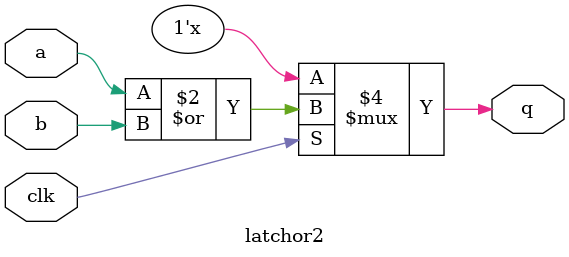
<source format=v>
module latchor2(q, a, b, clk);
output q;
input a, b, clk;
reg q;

always @(clk or a or b)
begin
	if (clk)
		q = a | b;
end

endmodule

</source>
